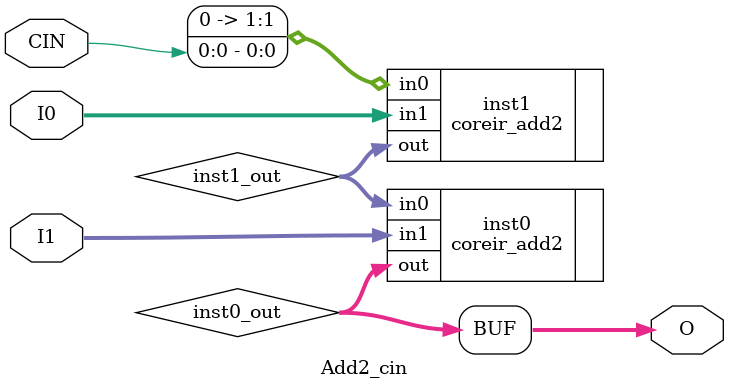
<source format=v>
module Add2_cin (input [1:0] I0, input [1:0] I1, output [1:0] O, input  CIN);
wire [1:0] inst0_out;
wire [1:0] inst1_out;
coreir_add2 inst0 (.in0(inst1_out), .in1(I1), .out(inst0_out));
coreir_add2 inst1 (.in0({1'b0,CIN}), .in1(I0), .out(inst1_out));
assign O = inst0_out;
endmodule


</source>
